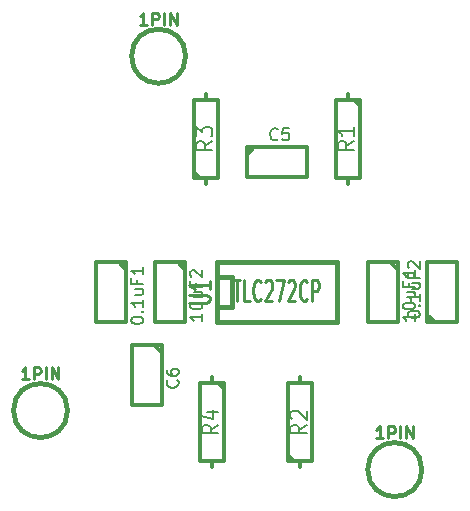
<source format=gto>
G04 (created by PCBNEW (2013-07-07 BZR 4022)-stable) date 08/01/2014 16:20:29*
%MOIN*%
G04 Gerber Fmt 3.4, Leading zero omitted, Abs format*
%FSLAX34Y34*%
G01*
G70*
G90*
G04 APERTURE LIST*
%ADD10C,0.00393701*%
%ADD11C,0.012*%
%ADD12C,0.015*%
%ADD13C,0.008*%
%ADD14C,0.01125*%
%ADD15C,0.01*%
G04 APERTURE END LIST*
G54D10*
G54D11*
X101181Y-45200D02*
X101181Y-45000D01*
X101181Y-42200D02*
X101181Y-42400D01*
X101181Y-42400D02*
X100781Y-42400D01*
X100781Y-42400D02*
X100781Y-45000D01*
X100781Y-45000D02*
X101581Y-45000D01*
X101581Y-45000D02*
X101581Y-42400D01*
X101581Y-42400D02*
X101181Y-42400D01*
X100981Y-45000D02*
X100781Y-44800D01*
X102755Y-32751D02*
X102755Y-32951D01*
X102755Y-35751D02*
X102755Y-35551D01*
X102755Y-35551D02*
X103155Y-35551D01*
X103155Y-35551D02*
X103155Y-32951D01*
X103155Y-32951D02*
X102355Y-32951D01*
X102355Y-32951D02*
X102355Y-35551D01*
X102355Y-35551D02*
X102755Y-35551D01*
X102955Y-32951D02*
X103155Y-33151D01*
X98031Y-35751D02*
X98031Y-35551D01*
X98031Y-32751D02*
X98031Y-32951D01*
X98031Y-32951D02*
X97631Y-32951D01*
X97631Y-32951D02*
X97631Y-35551D01*
X97631Y-35551D02*
X98431Y-35551D01*
X98431Y-35551D02*
X98431Y-32951D01*
X98431Y-32951D02*
X98031Y-32951D01*
X97831Y-35551D02*
X97631Y-35351D01*
X98228Y-42200D02*
X98228Y-42400D01*
X98228Y-45200D02*
X98228Y-45000D01*
X98228Y-45000D02*
X98628Y-45000D01*
X98628Y-45000D02*
X98628Y-42400D01*
X98628Y-42400D02*
X97828Y-42400D01*
X97828Y-42400D02*
X97828Y-45000D01*
X97828Y-45000D02*
X98228Y-45000D01*
X98428Y-42400D02*
X98628Y-42600D01*
G54D12*
X98393Y-38870D02*
X98893Y-38870D01*
X98893Y-38870D02*
X98893Y-39870D01*
X98893Y-39870D02*
X98393Y-39870D01*
X98393Y-38370D02*
X102393Y-38370D01*
X102393Y-38370D02*
X102393Y-40370D01*
X102393Y-40370D02*
X98393Y-40370D01*
X98393Y-40370D02*
X98393Y-38370D01*
G54D11*
X95381Y-38390D02*
X95381Y-40370D01*
X95381Y-40370D02*
X94381Y-40370D01*
X94381Y-40370D02*
X94381Y-38370D01*
X94381Y-38370D02*
X95381Y-38370D01*
X95131Y-38370D02*
X95381Y-38620D01*
X105405Y-40350D02*
X105405Y-38370D01*
X105405Y-38370D02*
X106405Y-38370D01*
X106405Y-38370D02*
X106405Y-40370D01*
X106405Y-40370D02*
X105405Y-40370D01*
X105655Y-40370D02*
X105405Y-40120D01*
X96562Y-41145D02*
X96562Y-43125D01*
X96562Y-43125D02*
X95562Y-43125D01*
X95562Y-43125D02*
X95562Y-41125D01*
X95562Y-41125D02*
X96562Y-41125D01*
X96312Y-41125D02*
X96562Y-41375D01*
X99413Y-34539D02*
X101393Y-34539D01*
X101393Y-34539D02*
X101393Y-35539D01*
X101393Y-35539D02*
X99393Y-35539D01*
X99393Y-35539D02*
X99393Y-34539D01*
X99393Y-34789D02*
X99643Y-34539D01*
X97350Y-38390D02*
X97350Y-40370D01*
X97350Y-40370D02*
X96350Y-40370D01*
X96350Y-40370D02*
X96350Y-38370D01*
X96350Y-38370D02*
X97350Y-38370D01*
X97100Y-38370D02*
X97350Y-38620D01*
X104437Y-38390D02*
X104437Y-40370D01*
X104437Y-40370D02*
X103437Y-40370D01*
X103437Y-40370D02*
X103437Y-38370D01*
X103437Y-38370D02*
X104437Y-38370D01*
X104187Y-38370D02*
X104437Y-38620D01*
G54D12*
X97356Y-31496D02*
G75*
G03X97356Y-31496I-900J0D01*
G74*
G01*
X93419Y-43307D02*
G75*
G03X93419Y-43307I-900J0D01*
G74*
G01*
X105230Y-45275D02*
G75*
G03X105230Y-45275I-900J0D01*
G74*
G01*
G54D13*
X101403Y-43784D02*
X101141Y-43950D01*
X101403Y-44069D02*
X100853Y-44069D01*
X100853Y-43879D01*
X100879Y-43831D01*
X100906Y-43807D01*
X100958Y-43784D01*
X101037Y-43784D01*
X101089Y-43807D01*
X101115Y-43831D01*
X101141Y-43879D01*
X101141Y-44069D01*
X100906Y-43593D02*
X100879Y-43569D01*
X100853Y-43522D01*
X100853Y-43403D01*
X100879Y-43355D01*
X100906Y-43331D01*
X100958Y-43307D01*
X101010Y-43307D01*
X101089Y-43331D01*
X101403Y-43617D01*
X101403Y-43307D01*
X102978Y-34335D02*
X102716Y-34501D01*
X102978Y-34621D02*
X102428Y-34621D01*
X102428Y-34430D01*
X102454Y-34382D01*
X102480Y-34359D01*
X102533Y-34335D01*
X102611Y-34335D01*
X102664Y-34359D01*
X102690Y-34382D01*
X102716Y-34430D01*
X102716Y-34621D01*
X102978Y-33859D02*
X102978Y-34144D01*
X102978Y-34001D02*
X102428Y-34001D01*
X102507Y-34049D01*
X102559Y-34097D01*
X102585Y-34144D01*
X98254Y-34335D02*
X97992Y-34501D01*
X98254Y-34621D02*
X97704Y-34621D01*
X97704Y-34430D01*
X97730Y-34382D01*
X97756Y-34359D01*
X97808Y-34335D01*
X97887Y-34335D01*
X97939Y-34359D01*
X97966Y-34382D01*
X97992Y-34430D01*
X97992Y-34621D01*
X97704Y-34168D02*
X97704Y-33859D01*
X97913Y-34025D01*
X97913Y-33954D01*
X97939Y-33906D01*
X97966Y-33882D01*
X98018Y-33859D01*
X98149Y-33859D01*
X98201Y-33882D01*
X98227Y-33906D01*
X98254Y-33954D01*
X98254Y-34097D01*
X98227Y-34144D01*
X98201Y-34168D01*
X98450Y-43784D02*
X98189Y-43950D01*
X98450Y-44069D02*
X97900Y-44069D01*
X97900Y-43879D01*
X97927Y-43831D01*
X97953Y-43807D01*
X98005Y-43784D01*
X98084Y-43784D01*
X98136Y-43807D01*
X98162Y-43831D01*
X98189Y-43879D01*
X98189Y-44069D01*
X98084Y-43355D02*
X98450Y-43355D01*
X97874Y-43474D02*
X98267Y-43593D01*
X98267Y-43284D01*
G54D14*
X97477Y-39712D02*
X98043Y-39712D01*
X98110Y-39691D01*
X98143Y-39670D01*
X98177Y-39627D01*
X98177Y-39541D01*
X98143Y-39498D01*
X98110Y-39477D01*
X98043Y-39455D01*
X97477Y-39455D01*
X98177Y-39005D02*
X98177Y-39262D01*
X98177Y-39134D02*
X97477Y-39134D01*
X97577Y-39177D01*
X97643Y-39220D01*
X97677Y-39262D01*
G54D11*
G54D15*
X98946Y-38953D02*
X99174Y-38953D01*
X99060Y-39653D02*
X99060Y-38953D01*
X99498Y-39653D02*
X99307Y-39653D01*
X99307Y-38953D01*
X99860Y-39586D02*
X99841Y-39620D01*
X99784Y-39653D01*
X99746Y-39653D01*
X99688Y-39620D01*
X99650Y-39553D01*
X99631Y-39486D01*
X99612Y-39353D01*
X99612Y-39253D01*
X99631Y-39120D01*
X99650Y-39053D01*
X99688Y-38986D01*
X99746Y-38953D01*
X99784Y-38953D01*
X99841Y-38986D01*
X99860Y-39020D01*
X100012Y-39020D02*
X100031Y-38986D01*
X100069Y-38953D01*
X100165Y-38953D01*
X100203Y-38986D01*
X100222Y-39020D01*
X100241Y-39086D01*
X100241Y-39153D01*
X100222Y-39253D01*
X99993Y-39653D01*
X100241Y-39653D01*
X100374Y-38953D02*
X100641Y-38953D01*
X100469Y-39653D01*
X100774Y-39020D02*
X100793Y-38986D01*
X100831Y-38953D01*
X100927Y-38953D01*
X100965Y-38986D01*
X100984Y-39020D01*
X101003Y-39086D01*
X101003Y-39153D01*
X100984Y-39253D01*
X100755Y-39653D01*
X101003Y-39653D01*
X101403Y-39586D02*
X101384Y-39620D01*
X101327Y-39653D01*
X101288Y-39653D01*
X101231Y-39620D01*
X101193Y-39553D01*
X101174Y-39486D01*
X101155Y-39353D01*
X101155Y-39253D01*
X101174Y-39120D01*
X101193Y-39053D01*
X101231Y-38986D01*
X101288Y-38953D01*
X101327Y-38953D01*
X101384Y-38986D01*
X101403Y-39020D01*
X101574Y-39653D02*
X101574Y-38953D01*
X101727Y-38953D01*
X101765Y-38986D01*
X101784Y-39020D01*
X101803Y-39086D01*
X101803Y-39186D01*
X101784Y-39253D01*
X101765Y-39286D01*
X101727Y-39320D01*
X101574Y-39320D01*
G54D11*
G54D13*
X95543Y-40317D02*
X95543Y-40279D01*
X95562Y-40241D01*
X95581Y-40222D01*
X95619Y-40203D01*
X95696Y-40184D01*
X95791Y-40184D01*
X95867Y-40203D01*
X95905Y-40222D01*
X95924Y-40241D01*
X95943Y-40279D01*
X95943Y-40317D01*
X95924Y-40355D01*
X95905Y-40374D01*
X95867Y-40393D01*
X95791Y-40412D01*
X95696Y-40412D01*
X95619Y-40393D01*
X95581Y-40374D01*
X95562Y-40355D01*
X95543Y-40317D01*
X95905Y-40012D02*
X95924Y-39993D01*
X95943Y-40012D01*
X95924Y-40031D01*
X95905Y-40012D01*
X95943Y-40012D01*
X95943Y-39612D02*
X95943Y-39841D01*
X95943Y-39727D02*
X95543Y-39727D01*
X95600Y-39765D01*
X95639Y-39803D01*
X95658Y-39841D01*
X95677Y-39270D02*
X95943Y-39270D01*
X95677Y-39441D02*
X95886Y-39441D01*
X95924Y-39422D01*
X95943Y-39384D01*
X95943Y-39327D01*
X95924Y-39289D01*
X95905Y-39270D01*
X95734Y-38946D02*
X95734Y-39079D01*
X95943Y-39079D02*
X95543Y-39079D01*
X95543Y-38889D01*
X95943Y-38527D02*
X95943Y-38755D01*
X95943Y-38641D02*
X95543Y-38641D01*
X95600Y-38679D01*
X95639Y-38717D01*
X95658Y-38755D01*
X104767Y-40117D02*
X104767Y-40079D01*
X104786Y-40041D01*
X104805Y-40022D01*
X104843Y-40003D01*
X104919Y-39984D01*
X105015Y-39984D01*
X105091Y-40003D01*
X105129Y-40022D01*
X105148Y-40041D01*
X105167Y-40079D01*
X105167Y-40117D01*
X105148Y-40155D01*
X105129Y-40174D01*
X105091Y-40193D01*
X105015Y-40212D01*
X104919Y-40212D01*
X104843Y-40193D01*
X104805Y-40174D01*
X104786Y-40155D01*
X104767Y-40117D01*
X105129Y-39812D02*
X105148Y-39793D01*
X105167Y-39812D01*
X105148Y-39831D01*
X105129Y-39812D01*
X105167Y-39812D01*
X105167Y-39412D02*
X105167Y-39641D01*
X105167Y-39527D02*
X104767Y-39527D01*
X104824Y-39565D01*
X104862Y-39603D01*
X104881Y-39641D01*
X104900Y-39070D02*
X105167Y-39070D01*
X104900Y-39241D02*
X105110Y-39241D01*
X105148Y-39222D01*
X105167Y-39184D01*
X105167Y-39127D01*
X105148Y-39089D01*
X105129Y-39070D01*
X104957Y-38746D02*
X104957Y-38879D01*
X105167Y-38879D02*
X104767Y-38879D01*
X104767Y-38689D01*
X104805Y-38555D02*
X104786Y-38536D01*
X104767Y-38498D01*
X104767Y-38403D01*
X104786Y-38365D01*
X104805Y-38346D01*
X104843Y-38327D01*
X104881Y-38327D01*
X104938Y-38346D01*
X105167Y-38574D01*
X105167Y-38327D01*
X97086Y-42292D02*
X97105Y-42311D01*
X97124Y-42368D01*
X97124Y-42406D01*
X97105Y-42464D01*
X97067Y-42502D01*
X97029Y-42521D01*
X96953Y-42540D01*
X96896Y-42540D01*
X96820Y-42521D01*
X96782Y-42502D01*
X96743Y-42464D01*
X96724Y-42406D01*
X96724Y-42368D01*
X96743Y-42311D01*
X96762Y-42292D01*
X96724Y-41949D02*
X96724Y-42025D01*
X96743Y-42064D01*
X96762Y-42083D01*
X96820Y-42121D01*
X96896Y-42140D01*
X97048Y-42140D01*
X97086Y-42121D01*
X97105Y-42102D01*
X97124Y-42064D01*
X97124Y-41987D01*
X97105Y-41949D01*
X97086Y-41930D01*
X97048Y-41911D01*
X96953Y-41911D01*
X96915Y-41930D01*
X96896Y-41949D01*
X96877Y-41987D01*
X96877Y-42064D01*
X96896Y-42102D01*
X96915Y-42121D01*
X96953Y-42140D01*
X100427Y-34263D02*
X100407Y-34282D01*
X100350Y-34301D01*
X100312Y-34301D01*
X100255Y-34282D01*
X100217Y-34244D01*
X100198Y-34206D01*
X100179Y-34129D01*
X100179Y-34072D01*
X100198Y-33996D01*
X100217Y-33958D01*
X100255Y-33920D01*
X100312Y-33901D01*
X100350Y-33901D01*
X100407Y-33920D01*
X100427Y-33939D01*
X100788Y-33901D02*
X100598Y-33901D01*
X100579Y-34091D01*
X100598Y-34072D01*
X100636Y-34053D01*
X100731Y-34053D01*
X100769Y-34072D01*
X100788Y-34091D01*
X100807Y-34129D01*
X100807Y-34225D01*
X100788Y-34263D01*
X100769Y-34282D01*
X100731Y-34301D01*
X100636Y-34301D01*
X100598Y-34282D01*
X100579Y-34263D01*
X97912Y-40089D02*
X97912Y-40317D01*
X97912Y-40203D02*
X97512Y-40203D01*
X97569Y-40241D01*
X97607Y-40279D01*
X97626Y-40317D01*
X97512Y-39841D02*
X97512Y-39803D01*
X97531Y-39765D01*
X97550Y-39746D01*
X97588Y-39727D01*
X97664Y-39708D01*
X97759Y-39708D01*
X97836Y-39727D01*
X97874Y-39746D01*
X97893Y-39765D01*
X97912Y-39803D01*
X97912Y-39841D01*
X97893Y-39879D01*
X97874Y-39898D01*
X97836Y-39917D01*
X97759Y-39936D01*
X97664Y-39936D01*
X97588Y-39917D01*
X97550Y-39898D01*
X97531Y-39879D01*
X97512Y-39841D01*
X97645Y-39365D02*
X97912Y-39365D01*
X97645Y-39536D02*
X97855Y-39536D01*
X97893Y-39517D01*
X97912Y-39479D01*
X97912Y-39422D01*
X97893Y-39384D01*
X97874Y-39365D01*
X97702Y-39041D02*
X97702Y-39174D01*
X97912Y-39174D02*
X97512Y-39174D01*
X97512Y-38984D01*
X97550Y-38851D02*
X97531Y-38831D01*
X97512Y-38793D01*
X97512Y-38698D01*
X97531Y-38660D01*
X97550Y-38641D01*
X97588Y-38622D01*
X97626Y-38622D01*
X97683Y-38641D01*
X97912Y-38870D01*
X97912Y-38622D01*
X104998Y-40089D02*
X104998Y-40317D01*
X104998Y-40203D02*
X104598Y-40203D01*
X104656Y-40241D01*
X104694Y-40279D01*
X104713Y-40317D01*
X104598Y-39841D02*
X104598Y-39803D01*
X104617Y-39765D01*
X104637Y-39746D01*
X104675Y-39727D01*
X104751Y-39708D01*
X104846Y-39708D01*
X104922Y-39727D01*
X104960Y-39746D01*
X104979Y-39765D01*
X104998Y-39803D01*
X104998Y-39841D01*
X104979Y-39879D01*
X104960Y-39898D01*
X104922Y-39917D01*
X104846Y-39936D01*
X104751Y-39936D01*
X104675Y-39917D01*
X104637Y-39898D01*
X104617Y-39879D01*
X104598Y-39841D01*
X104732Y-39365D02*
X104998Y-39365D01*
X104732Y-39536D02*
X104941Y-39536D01*
X104979Y-39517D01*
X104998Y-39479D01*
X104998Y-39422D01*
X104979Y-39384D01*
X104960Y-39365D01*
X104789Y-39041D02*
X104789Y-39174D01*
X104998Y-39174D02*
X104598Y-39174D01*
X104598Y-38984D01*
X104998Y-38622D02*
X104998Y-38851D01*
X104998Y-38736D02*
X104598Y-38736D01*
X104656Y-38774D01*
X104694Y-38812D01*
X104713Y-38851D01*
G54D15*
X96066Y-30457D02*
X95837Y-30457D01*
X95951Y-30457D02*
X95951Y-30057D01*
X95913Y-30115D01*
X95875Y-30153D01*
X95837Y-30172D01*
X96237Y-30457D02*
X96237Y-30057D01*
X96390Y-30057D01*
X96428Y-30077D01*
X96447Y-30096D01*
X96466Y-30134D01*
X96466Y-30191D01*
X96447Y-30229D01*
X96428Y-30248D01*
X96390Y-30267D01*
X96237Y-30267D01*
X96637Y-30457D02*
X96637Y-30057D01*
X96828Y-30457D02*
X96828Y-30057D01*
X97056Y-30457D01*
X97056Y-30057D01*
X92129Y-42268D02*
X91900Y-42268D01*
X92014Y-42268D02*
X92014Y-41868D01*
X91976Y-41926D01*
X91938Y-41964D01*
X91900Y-41983D01*
X92300Y-42268D02*
X92300Y-41868D01*
X92453Y-41868D01*
X92491Y-41888D01*
X92510Y-41907D01*
X92529Y-41945D01*
X92529Y-42002D01*
X92510Y-42040D01*
X92491Y-42059D01*
X92453Y-42078D01*
X92300Y-42078D01*
X92700Y-42268D02*
X92700Y-41868D01*
X92891Y-42268D02*
X92891Y-41868D01*
X93119Y-42268D01*
X93119Y-41868D01*
X103940Y-44237D02*
X103711Y-44237D01*
X103825Y-44237D02*
X103825Y-43837D01*
X103787Y-43894D01*
X103749Y-43932D01*
X103711Y-43951D01*
X104111Y-44237D02*
X104111Y-43837D01*
X104264Y-43837D01*
X104302Y-43856D01*
X104321Y-43875D01*
X104340Y-43913D01*
X104340Y-43970D01*
X104321Y-44008D01*
X104302Y-44027D01*
X104264Y-44047D01*
X104111Y-44047D01*
X104511Y-44237D02*
X104511Y-43837D01*
X104702Y-44237D02*
X104702Y-43837D01*
X104930Y-44237D01*
X104930Y-43837D01*
M02*

</source>
